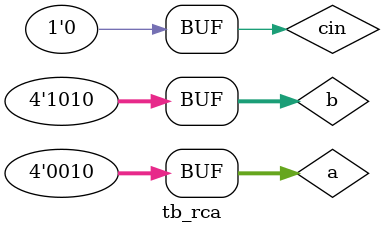
<source format=v>
module tb_rca;
reg [3:0]a,b;
wire [3:0]sum;
reg cin;
wire cout;
rca uut(
.a(a),
.b(b),
.cin(cin),
.sum(sum),
.cout(cout));
initial begin
$dumpfile("rca.vcd");
$dumpvars(0,tb_rca);
$monitor("Time=%0t,a=%b,b=%b,sum=%b,cout=%b",$time,a,b,sum,cout);
a=4'b0010;b=4'b1010;cin=1'b0;
end
endmodule

</source>
